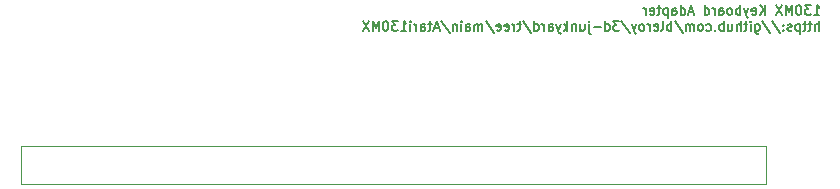
<source format=gbo>
G04 #@! TF.GenerationSoftware,KiCad,Pcbnew,(5.1.10)-1*
G04 #@! TF.CreationDate,2021-09-21T22:04:07-07:00*
G04 #@! TF.ProjectId,Atari130MX-adapter,41746172-6931-4333-904d-582d61646170,rev?*
G04 #@! TF.SameCoordinates,Original*
G04 #@! TF.FileFunction,Legend,Bot*
G04 #@! TF.FilePolarity,Positive*
%FSLAX46Y46*%
G04 Gerber Fmt 4.6, Leading zero omitted, Abs format (unit mm)*
G04 Created by KiCad (PCBNEW (5.1.10)-1) date 2021-09-21 22:04:07*
%MOMM*%
%LPD*%
G01*
G04 APERTURE LIST*
%ADD10C,0.150000*%
%ADD11C,0.120000*%
%ADD12O,1.524000X2.540000*%
%ADD13C,1.700000*%
G04 APERTURE END LIST*
D10*
X90224976Y-26186904D02*
X90682119Y-26186904D01*
X90453547Y-26186904D02*
X90453547Y-25386904D01*
X90529738Y-25501190D01*
X90605928Y-25577380D01*
X90682119Y-25615476D01*
X89958309Y-25386904D02*
X89463071Y-25386904D01*
X89729738Y-25691666D01*
X89615452Y-25691666D01*
X89539261Y-25729761D01*
X89501166Y-25767857D01*
X89463071Y-25844047D01*
X89463071Y-26034523D01*
X89501166Y-26110714D01*
X89539261Y-26148809D01*
X89615452Y-26186904D01*
X89844023Y-26186904D01*
X89920214Y-26148809D01*
X89958309Y-26110714D01*
X88967833Y-25386904D02*
X88891642Y-25386904D01*
X88815452Y-25425000D01*
X88777357Y-25463095D01*
X88739261Y-25539285D01*
X88701166Y-25691666D01*
X88701166Y-25882142D01*
X88739261Y-26034523D01*
X88777357Y-26110714D01*
X88815452Y-26148809D01*
X88891642Y-26186904D01*
X88967833Y-26186904D01*
X89044023Y-26148809D01*
X89082119Y-26110714D01*
X89120214Y-26034523D01*
X89158309Y-25882142D01*
X89158309Y-25691666D01*
X89120214Y-25539285D01*
X89082119Y-25463095D01*
X89044023Y-25425000D01*
X88967833Y-25386904D01*
X88358309Y-26186904D02*
X88358309Y-25386904D01*
X88091642Y-25958333D01*
X87824976Y-25386904D01*
X87824976Y-26186904D01*
X87520214Y-25386904D02*
X86986880Y-26186904D01*
X86986880Y-25386904D02*
X87520214Y-26186904D01*
X86072595Y-26186904D02*
X86072595Y-25386904D01*
X85615452Y-26186904D02*
X85958309Y-25729761D01*
X85615452Y-25386904D02*
X86072595Y-25844047D01*
X84967833Y-26148809D02*
X85044023Y-26186904D01*
X85196404Y-26186904D01*
X85272595Y-26148809D01*
X85310690Y-26072619D01*
X85310690Y-25767857D01*
X85272595Y-25691666D01*
X85196404Y-25653571D01*
X85044023Y-25653571D01*
X84967833Y-25691666D01*
X84929738Y-25767857D01*
X84929738Y-25844047D01*
X85310690Y-25920238D01*
X84663071Y-25653571D02*
X84472595Y-26186904D01*
X84282119Y-25653571D02*
X84472595Y-26186904D01*
X84548785Y-26377380D01*
X84586880Y-26415476D01*
X84663071Y-26453571D01*
X83977357Y-26186904D02*
X83977357Y-25386904D01*
X83977357Y-25691666D02*
X83901166Y-25653571D01*
X83748785Y-25653571D01*
X83672595Y-25691666D01*
X83634500Y-25729761D01*
X83596404Y-25805952D01*
X83596404Y-26034523D01*
X83634500Y-26110714D01*
X83672595Y-26148809D01*
X83748785Y-26186904D01*
X83901166Y-26186904D01*
X83977357Y-26148809D01*
X83139261Y-26186904D02*
X83215452Y-26148809D01*
X83253547Y-26110714D01*
X83291642Y-26034523D01*
X83291642Y-25805952D01*
X83253547Y-25729761D01*
X83215452Y-25691666D01*
X83139261Y-25653571D01*
X83024976Y-25653571D01*
X82948785Y-25691666D01*
X82910690Y-25729761D01*
X82872595Y-25805952D01*
X82872595Y-26034523D01*
X82910690Y-26110714D01*
X82948785Y-26148809D01*
X83024976Y-26186904D01*
X83139261Y-26186904D01*
X82186880Y-26186904D02*
X82186880Y-25767857D01*
X82224976Y-25691666D01*
X82301166Y-25653571D01*
X82453547Y-25653571D01*
X82529738Y-25691666D01*
X82186880Y-26148809D02*
X82263071Y-26186904D01*
X82453547Y-26186904D01*
X82529738Y-26148809D01*
X82567833Y-26072619D01*
X82567833Y-25996428D01*
X82529738Y-25920238D01*
X82453547Y-25882142D01*
X82263071Y-25882142D01*
X82186880Y-25844047D01*
X81805928Y-26186904D02*
X81805928Y-25653571D01*
X81805928Y-25805952D02*
X81767833Y-25729761D01*
X81729738Y-25691666D01*
X81653547Y-25653571D01*
X81577357Y-25653571D01*
X80967833Y-26186904D02*
X80967833Y-25386904D01*
X80967833Y-26148809D02*
X81044023Y-26186904D01*
X81196404Y-26186904D01*
X81272595Y-26148809D01*
X81310690Y-26110714D01*
X81348785Y-26034523D01*
X81348785Y-25805952D01*
X81310690Y-25729761D01*
X81272595Y-25691666D01*
X81196404Y-25653571D01*
X81044023Y-25653571D01*
X80967833Y-25691666D01*
X80015452Y-25958333D02*
X79634500Y-25958333D01*
X80091642Y-26186904D02*
X79824976Y-25386904D01*
X79558309Y-26186904D01*
X78948785Y-26186904D02*
X78948785Y-25386904D01*
X78948785Y-26148809D02*
X79024976Y-26186904D01*
X79177357Y-26186904D01*
X79253547Y-26148809D01*
X79291642Y-26110714D01*
X79329738Y-26034523D01*
X79329738Y-25805952D01*
X79291642Y-25729761D01*
X79253547Y-25691666D01*
X79177357Y-25653571D01*
X79024976Y-25653571D01*
X78948785Y-25691666D01*
X78224976Y-26186904D02*
X78224976Y-25767857D01*
X78263071Y-25691666D01*
X78339261Y-25653571D01*
X78491642Y-25653571D01*
X78567833Y-25691666D01*
X78224976Y-26148809D02*
X78301166Y-26186904D01*
X78491642Y-26186904D01*
X78567833Y-26148809D01*
X78605928Y-26072619D01*
X78605928Y-25996428D01*
X78567833Y-25920238D01*
X78491642Y-25882142D01*
X78301166Y-25882142D01*
X78224976Y-25844047D01*
X77844023Y-25653571D02*
X77844023Y-26453571D01*
X77844023Y-25691666D02*
X77767833Y-25653571D01*
X77615452Y-25653571D01*
X77539261Y-25691666D01*
X77501166Y-25729761D01*
X77463071Y-25805952D01*
X77463071Y-26034523D01*
X77501166Y-26110714D01*
X77539261Y-26148809D01*
X77615452Y-26186904D01*
X77767833Y-26186904D01*
X77844023Y-26148809D01*
X77234500Y-25653571D02*
X76929738Y-25653571D01*
X77120214Y-25386904D02*
X77120214Y-26072619D01*
X77082119Y-26148809D01*
X77005928Y-26186904D01*
X76929738Y-26186904D01*
X76358309Y-26148809D02*
X76434500Y-26186904D01*
X76586880Y-26186904D01*
X76663071Y-26148809D01*
X76701166Y-26072619D01*
X76701166Y-25767857D01*
X76663071Y-25691666D01*
X76586880Y-25653571D01*
X76434500Y-25653571D01*
X76358309Y-25691666D01*
X76320214Y-25767857D01*
X76320214Y-25844047D01*
X76701166Y-25920238D01*
X75977357Y-26186904D02*
X75977357Y-25653571D01*
X75977357Y-25805952D02*
X75939261Y-25729761D01*
X75901166Y-25691666D01*
X75824976Y-25653571D01*
X75748785Y-25653571D01*
X90644023Y-27536904D02*
X90644023Y-26736904D01*
X90301166Y-27536904D02*
X90301166Y-27117857D01*
X90339261Y-27041666D01*
X90415452Y-27003571D01*
X90529738Y-27003571D01*
X90605928Y-27041666D01*
X90644023Y-27079761D01*
X90034500Y-27003571D02*
X89729738Y-27003571D01*
X89920214Y-26736904D02*
X89920214Y-27422619D01*
X89882119Y-27498809D01*
X89805928Y-27536904D01*
X89729738Y-27536904D01*
X89577357Y-27003571D02*
X89272595Y-27003571D01*
X89463071Y-26736904D02*
X89463071Y-27422619D01*
X89424976Y-27498809D01*
X89348785Y-27536904D01*
X89272595Y-27536904D01*
X89005928Y-27003571D02*
X89005928Y-27803571D01*
X89005928Y-27041666D02*
X88929738Y-27003571D01*
X88777357Y-27003571D01*
X88701166Y-27041666D01*
X88663071Y-27079761D01*
X88624976Y-27155952D01*
X88624976Y-27384523D01*
X88663071Y-27460714D01*
X88701166Y-27498809D01*
X88777357Y-27536904D01*
X88929738Y-27536904D01*
X89005928Y-27498809D01*
X88320214Y-27498809D02*
X88244023Y-27536904D01*
X88091642Y-27536904D01*
X88015452Y-27498809D01*
X87977357Y-27422619D01*
X87977357Y-27384523D01*
X88015452Y-27308333D01*
X88091642Y-27270238D01*
X88205928Y-27270238D01*
X88282119Y-27232142D01*
X88320214Y-27155952D01*
X88320214Y-27117857D01*
X88282119Y-27041666D01*
X88205928Y-27003571D01*
X88091642Y-27003571D01*
X88015452Y-27041666D01*
X87634500Y-27460714D02*
X87596404Y-27498809D01*
X87634500Y-27536904D01*
X87672595Y-27498809D01*
X87634500Y-27460714D01*
X87634500Y-27536904D01*
X87634500Y-27041666D02*
X87596404Y-27079761D01*
X87634500Y-27117857D01*
X87672595Y-27079761D01*
X87634500Y-27041666D01*
X87634500Y-27117857D01*
X86682119Y-26698809D02*
X87367833Y-27727380D01*
X85844023Y-26698809D02*
X86529738Y-27727380D01*
X85234500Y-27003571D02*
X85234500Y-27651190D01*
X85272595Y-27727380D01*
X85310690Y-27765476D01*
X85386880Y-27803571D01*
X85501166Y-27803571D01*
X85577357Y-27765476D01*
X85234500Y-27498809D02*
X85310690Y-27536904D01*
X85463071Y-27536904D01*
X85539261Y-27498809D01*
X85577357Y-27460714D01*
X85615452Y-27384523D01*
X85615452Y-27155952D01*
X85577357Y-27079761D01*
X85539261Y-27041666D01*
X85463071Y-27003571D01*
X85310690Y-27003571D01*
X85234500Y-27041666D01*
X84853547Y-27536904D02*
X84853547Y-27003571D01*
X84853547Y-26736904D02*
X84891642Y-26775000D01*
X84853547Y-26813095D01*
X84815452Y-26775000D01*
X84853547Y-26736904D01*
X84853547Y-26813095D01*
X84586880Y-27003571D02*
X84282119Y-27003571D01*
X84472595Y-26736904D02*
X84472595Y-27422619D01*
X84434500Y-27498809D01*
X84358309Y-27536904D01*
X84282119Y-27536904D01*
X84015452Y-27536904D02*
X84015452Y-26736904D01*
X83672595Y-27536904D02*
X83672595Y-27117857D01*
X83710690Y-27041666D01*
X83786880Y-27003571D01*
X83901166Y-27003571D01*
X83977357Y-27041666D01*
X84015452Y-27079761D01*
X82948785Y-27003571D02*
X82948785Y-27536904D01*
X83291642Y-27003571D02*
X83291642Y-27422619D01*
X83253547Y-27498809D01*
X83177357Y-27536904D01*
X83063071Y-27536904D01*
X82986880Y-27498809D01*
X82948785Y-27460714D01*
X82567833Y-27536904D02*
X82567833Y-26736904D01*
X82567833Y-27041666D02*
X82491642Y-27003571D01*
X82339261Y-27003571D01*
X82263071Y-27041666D01*
X82224976Y-27079761D01*
X82186880Y-27155952D01*
X82186880Y-27384523D01*
X82224976Y-27460714D01*
X82263071Y-27498809D01*
X82339261Y-27536904D01*
X82491642Y-27536904D01*
X82567833Y-27498809D01*
X81844023Y-27460714D02*
X81805928Y-27498809D01*
X81844023Y-27536904D01*
X81882119Y-27498809D01*
X81844023Y-27460714D01*
X81844023Y-27536904D01*
X81120214Y-27498809D02*
X81196404Y-27536904D01*
X81348785Y-27536904D01*
X81424976Y-27498809D01*
X81463071Y-27460714D01*
X81501166Y-27384523D01*
X81501166Y-27155952D01*
X81463071Y-27079761D01*
X81424976Y-27041666D01*
X81348785Y-27003571D01*
X81196404Y-27003571D01*
X81120214Y-27041666D01*
X80663071Y-27536904D02*
X80739261Y-27498809D01*
X80777357Y-27460714D01*
X80815452Y-27384523D01*
X80815452Y-27155952D01*
X80777357Y-27079761D01*
X80739261Y-27041666D01*
X80663071Y-27003571D01*
X80548785Y-27003571D01*
X80472595Y-27041666D01*
X80434500Y-27079761D01*
X80396404Y-27155952D01*
X80396404Y-27384523D01*
X80434500Y-27460714D01*
X80472595Y-27498809D01*
X80548785Y-27536904D01*
X80663071Y-27536904D01*
X80053547Y-27536904D02*
X80053547Y-27003571D01*
X80053547Y-27079761D02*
X80015452Y-27041666D01*
X79939261Y-27003571D01*
X79824976Y-27003571D01*
X79748785Y-27041666D01*
X79710690Y-27117857D01*
X79710690Y-27536904D01*
X79710690Y-27117857D02*
X79672595Y-27041666D01*
X79596404Y-27003571D01*
X79482119Y-27003571D01*
X79405928Y-27041666D01*
X79367833Y-27117857D01*
X79367833Y-27536904D01*
X78415452Y-26698809D02*
X79101166Y-27727380D01*
X78148785Y-27536904D02*
X78148785Y-26736904D01*
X78148785Y-27041666D02*
X78072595Y-27003571D01*
X77920214Y-27003571D01*
X77844023Y-27041666D01*
X77805928Y-27079761D01*
X77767833Y-27155952D01*
X77767833Y-27384523D01*
X77805928Y-27460714D01*
X77844023Y-27498809D01*
X77920214Y-27536904D01*
X78072595Y-27536904D01*
X78148785Y-27498809D01*
X77310690Y-27536904D02*
X77386880Y-27498809D01*
X77424976Y-27422619D01*
X77424976Y-26736904D01*
X76701166Y-27498809D02*
X76777357Y-27536904D01*
X76929738Y-27536904D01*
X77005928Y-27498809D01*
X77044023Y-27422619D01*
X77044023Y-27117857D01*
X77005928Y-27041666D01*
X76929738Y-27003571D01*
X76777357Y-27003571D01*
X76701166Y-27041666D01*
X76663071Y-27117857D01*
X76663071Y-27194047D01*
X77044023Y-27270238D01*
X76320214Y-27536904D02*
X76320214Y-27003571D01*
X76320214Y-27155952D02*
X76282119Y-27079761D01*
X76244023Y-27041666D01*
X76167833Y-27003571D01*
X76091642Y-27003571D01*
X75710690Y-27536904D02*
X75786880Y-27498809D01*
X75824976Y-27460714D01*
X75863071Y-27384523D01*
X75863071Y-27155952D01*
X75824976Y-27079761D01*
X75786880Y-27041666D01*
X75710690Y-27003571D01*
X75596404Y-27003571D01*
X75520214Y-27041666D01*
X75482119Y-27079761D01*
X75444023Y-27155952D01*
X75444023Y-27384523D01*
X75482119Y-27460714D01*
X75520214Y-27498809D01*
X75596404Y-27536904D01*
X75710690Y-27536904D01*
X75177357Y-27003571D02*
X74986880Y-27536904D01*
X74796404Y-27003571D02*
X74986880Y-27536904D01*
X75063071Y-27727380D01*
X75101166Y-27765476D01*
X75177357Y-27803571D01*
X73920214Y-26698809D02*
X74605928Y-27727380D01*
X73729738Y-26736904D02*
X73234500Y-26736904D01*
X73501166Y-27041666D01*
X73386880Y-27041666D01*
X73310690Y-27079761D01*
X73272595Y-27117857D01*
X73234500Y-27194047D01*
X73234500Y-27384523D01*
X73272595Y-27460714D01*
X73310690Y-27498809D01*
X73386880Y-27536904D01*
X73615452Y-27536904D01*
X73691642Y-27498809D01*
X73729738Y-27460714D01*
X72548785Y-27536904D02*
X72548785Y-26736904D01*
X72548785Y-27498809D02*
X72624976Y-27536904D01*
X72777357Y-27536904D01*
X72853547Y-27498809D01*
X72891642Y-27460714D01*
X72929738Y-27384523D01*
X72929738Y-27155952D01*
X72891642Y-27079761D01*
X72853547Y-27041666D01*
X72777357Y-27003571D01*
X72624976Y-27003571D01*
X72548785Y-27041666D01*
X72167833Y-27232142D02*
X71558309Y-27232142D01*
X71177357Y-27003571D02*
X71177357Y-27689285D01*
X71215452Y-27765476D01*
X71291642Y-27803571D01*
X71329738Y-27803571D01*
X71177357Y-26736904D02*
X71215452Y-26775000D01*
X71177357Y-26813095D01*
X71139261Y-26775000D01*
X71177357Y-26736904D01*
X71177357Y-26813095D01*
X70453547Y-27003571D02*
X70453547Y-27536904D01*
X70796404Y-27003571D02*
X70796404Y-27422619D01*
X70758309Y-27498809D01*
X70682119Y-27536904D01*
X70567833Y-27536904D01*
X70491642Y-27498809D01*
X70453547Y-27460714D01*
X70072595Y-27003571D02*
X70072595Y-27536904D01*
X70072595Y-27079761D02*
X70034500Y-27041666D01*
X69958309Y-27003571D01*
X69844023Y-27003571D01*
X69767833Y-27041666D01*
X69729738Y-27117857D01*
X69729738Y-27536904D01*
X69348785Y-27536904D02*
X69348785Y-26736904D01*
X69272595Y-27232142D02*
X69044023Y-27536904D01*
X69044023Y-27003571D02*
X69348785Y-27308333D01*
X68777357Y-27003571D02*
X68586880Y-27536904D01*
X68396404Y-27003571D02*
X68586880Y-27536904D01*
X68663071Y-27727380D01*
X68701166Y-27765476D01*
X68777357Y-27803571D01*
X67748785Y-27536904D02*
X67748785Y-27117857D01*
X67786880Y-27041666D01*
X67863071Y-27003571D01*
X68015452Y-27003571D01*
X68091642Y-27041666D01*
X67748785Y-27498809D02*
X67824976Y-27536904D01*
X68015452Y-27536904D01*
X68091642Y-27498809D01*
X68129738Y-27422619D01*
X68129738Y-27346428D01*
X68091642Y-27270238D01*
X68015452Y-27232142D01*
X67824976Y-27232142D01*
X67748785Y-27194047D01*
X67367833Y-27536904D02*
X67367833Y-27003571D01*
X67367833Y-27155952D02*
X67329738Y-27079761D01*
X67291642Y-27041666D01*
X67215452Y-27003571D01*
X67139261Y-27003571D01*
X66529738Y-27536904D02*
X66529738Y-26736904D01*
X66529738Y-27498809D02*
X66605928Y-27536904D01*
X66758309Y-27536904D01*
X66834500Y-27498809D01*
X66872595Y-27460714D01*
X66910690Y-27384523D01*
X66910690Y-27155952D01*
X66872595Y-27079761D01*
X66834500Y-27041666D01*
X66758309Y-27003571D01*
X66605928Y-27003571D01*
X66529738Y-27041666D01*
X65577357Y-26698809D02*
X66263071Y-27727380D01*
X65424976Y-27003571D02*
X65120214Y-27003571D01*
X65310690Y-26736904D02*
X65310690Y-27422619D01*
X65272595Y-27498809D01*
X65196404Y-27536904D01*
X65120214Y-27536904D01*
X64853547Y-27536904D02*
X64853547Y-27003571D01*
X64853547Y-27155952D02*
X64815452Y-27079761D01*
X64777357Y-27041666D01*
X64701166Y-27003571D01*
X64624976Y-27003571D01*
X64053547Y-27498809D02*
X64129738Y-27536904D01*
X64282119Y-27536904D01*
X64358309Y-27498809D01*
X64396404Y-27422619D01*
X64396404Y-27117857D01*
X64358309Y-27041666D01*
X64282119Y-27003571D01*
X64129738Y-27003571D01*
X64053547Y-27041666D01*
X64015452Y-27117857D01*
X64015452Y-27194047D01*
X64396404Y-27270238D01*
X63367833Y-27498809D02*
X63444023Y-27536904D01*
X63596404Y-27536904D01*
X63672595Y-27498809D01*
X63710690Y-27422619D01*
X63710690Y-27117857D01*
X63672595Y-27041666D01*
X63596404Y-27003571D01*
X63444023Y-27003571D01*
X63367833Y-27041666D01*
X63329738Y-27117857D01*
X63329738Y-27194047D01*
X63710690Y-27270238D01*
X62415452Y-26698809D02*
X63101166Y-27727380D01*
X62148785Y-27536904D02*
X62148785Y-27003571D01*
X62148785Y-27079761D02*
X62110690Y-27041666D01*
X62034500Y-27003571D01*
X61920214Y-27003571D01*
X61844023Y-27041666D01*
X61805928Y-27117857D01*
X61805928Y-27536904D01*
X61805928Y-27117857D02*
X61767833Y-27041666D01*
X61691642Y-27003571D01*
X61577357Y-27003571D01*
X61501166Y-27041666D01*
X61463071Y-27117857D01*
X61463071Y-27536904D01*
X60739261Y-27536904D02*
X60739261Y-27117857D01*
X60777357Y-27041666D01*
X60853547Y-27003571D01*
X61005928Y-27003571D01*
X61082119Y-27041666D01*
X60739261Y-27498809D02*
X60815452Y-27536904D01*
X61005928Y-27536904D01*
X61082119Y-27498809D01*
X61120214Y-27422619D01*
X61120214Y-27346428D01*
X61082119Y-27270238D01*
X61005928Y-27232142D01*
X60815452Y-27232142D01*
X60739261Y-27194047D01*
X60358309Y-27536904D02*
X60358309Y-27003571D01*
X60358309Y-26736904D02*
X60396404Y-26775000D01*
X60358309Y-26813095D01*
X60320214Y-26775000D01*
X60358309Y-26736904D01*
X60358309Y-26813095D01*
X59977357Y-27003571D02*
X59977357Y-27536904D01*
X59977357Y-27079761D02*
X59939261Y-27041666D01*
X59863071Y-27003571D01*
X59748785Y-27003571D01*
X59672595Y-27041666D01*
X59634500Y-27117857D01*
X59634500Y-27536904D01*
X58682119Y-26698809D02*
X59367833Y-27727380D01*
X58453547Y-27308333D02*
X58072595Y-27308333D01*
X58529738Y-27536904D02*
X58263071Y-26736904D01*
X57996404Y-27536904D01*
X57844023Y-27003571D02*
X57539261Y-27003571D01*
X57729738Y-26736904D02*
X57729738Y-27422619D01*
X57691642Y-27498809D01*
X57615452Y-27536904D01*
X57539261Y-27536904D01*
X56929738Y-27536904D02*
X56929738Y-27117857D01*
X56967833Y-27041666D01*
X57044023Y-27003571D01*
X57196404Y-27003571D01*
X57272595Y-27041666D01*
X56929738Y-27498809D02*
X57005928Y-27536904D01*
X57196404Y-27536904D01*
X57272595Y-27498809D01*
X57310690Y-27422619D01*
X57310690Y-27346428D01*
X57272595Y-27270238D01*
X57196404Y-27232142D01*
X57005928Y-27232142D01*
X56929738Y-27194047D01*
X56548785Y-27536904D02*
X56548785Y-27003571D01*
X56548785Y-27155952D02*
X56510690Y-27079761D01*
X56472595Y-27041666D01*
X56396404Y-27003571D01*
X56320214Y-27003571D01*
X56053547Y-27536904D02*
X56053547Y-27003571D01*
X56053547Y-26736904D02*
X56091642Y-26775000D01*
X56053547Y-26813095D01*
X56015452Y-26775000D01*
X56053547Y-26736904D01*
X56053547Y-26813095D01*
X55253547Y-27536904D02*
X55710690Y-27536904D01*
X55482119Y-27536904D02*
X55482119Y-26736904D01*
X55558309Y-26851190D01*
X55634500Y-26927380D01*
X55710690Y-26965476D01*
X54986880Y-26736904D02*
X54491642Y-26736904D01*
X54758309Y-27041666D01*
X54644023Y-27041666D01*
X54567833Y-27079761D01*
X54529738Y-27117857D01*
X54491642Y-27194047D01*
X54491642Y-27384523D01*
X54529738Y-27460714D01*
X54567833Y-27498809D01*
X54644023Y-27536904D01*
X54872595Y-27536904D01*
X54948785Y-27498809D01*
X54986880Y-27460714D01*
X53996404Y-26736904D02*
X53920214Y-26736904D01*
X53844023Y-26775000D01*
X53805928Y-26813095D01*
X53767833Y-26889285D01*
X53729738Y-27041666D01*
X53729738Y-27232142D01*
X53767833Y-27384523D01*
X53805928Y-27460714D01*
X53844023Y-27498809D01*
X53920214Y-27536904D01*
X53996404Y-27536904D01*
X54072595Y-27498809D01*
X54110690Y-27460714D01*
X54148785Y-27384523D01*
X54186880Y-27232142D01*
X54186880Y-27041666D01*
X54148785Y-26889285D01*
X54110690Y-26813095D01*
X54072595Y-26775000D01*
X53996404Y-26736904D01*
X53386880Y-27536904D02*
X53386880Y-26736904D01*
X53120214Y-27308333D01*
X52853547Y-26736904D01*
X52853547Y-27536904D01*
X52548785Y-26736904D02*
X52015452Y-27536904D01*
X52015452Y-26736904D02*
X52548785Y-27536904D01*
D11*
X86160000Y-37338000D02*
X86160000Y-40513000D01*
X23060000Y-37338000D02*
X23060000Y-40513000D01*
X23060000Y-37338000D02*
X86160000Y-37338000D01*
X23060000Y-40513000D02*
X86160000Y-40513000D01*
%LPC*%
D12*
X25400000Y-39116000D03*
X27940000Y-39116000D03*
X30480000Y-39116000D03*
X33020000Y-39116000D03*
X35560000Y-39116000D03*
X38100000Y-39116000D03*
X40640000Y-39116000D03*
X43180000Y-39116000D03*
X45720000Y-39116000D03*
X48260000Y-39116000D03*
X50800000Y-39116000D03*
X53340000Y-39116000D03*
X55880000Y-39116000D03*
X58420000Y-39116000D03*
X60960000Y-39116000D03*
X63500000Y-39116000D03*
X66040000Y-39116000D03*
X68580000Y-39116000D03*
X71120000Y-39116000D03*
X73660000Y-39116000D03*
X76200000Y-39116000D03*
X78740000Y-39116000D03*
X81280000Y-39116000D03*
X83820000Y-39116000D03*
D13*
X85440000Y-29460000D03*
X82900000Y-29460000D03*
X80360000Y-29460000D03*
X77820000Y-29460000D03*
X75280000Y-29460000D03*
X72740000Y-29460000D03*
X70200000Y-29460000D03*
X67660000Y-29460000D03*
X65120000Y-29460000D03*
X62580000Y-29460000D03*
X60040000Y-29460000D03*
X57500000Y-29460000D03*
X85440000Y-32000000D03*
X82900000Y-32000000D03*
X80360000Y-32000000D03*
X77820000Y-32000000D03*
X75280000Y-32000000D03*
X72740000Y-32000000D03*
X70200000Y-32000000D03*
X67660000Y-32000000D03*
X65120000Y-32000000D03*
X62580000Y-32000000D03*
X60040000Y-32000000D03*
G36*
G01*
X58100000Y-32850000D02*
X56900000Y-32850000D01*
G75*
G02*
X56650000Y-32600000I0J250000D01*
G01*
X56650000Y-31400000D01*
G75*
G02*
X56900000Y-31150000I250000J0D01*
G01*
X58100000Y-31150000D01*
G75*
G02*
X58350000Y-31400000I0J-250000D01*
G01*
X58350000Y-32600000D01*
G75*
G02*
X58100000Y-32850000I-250000J0D01*
G01*
G37*
M02*

</source>
